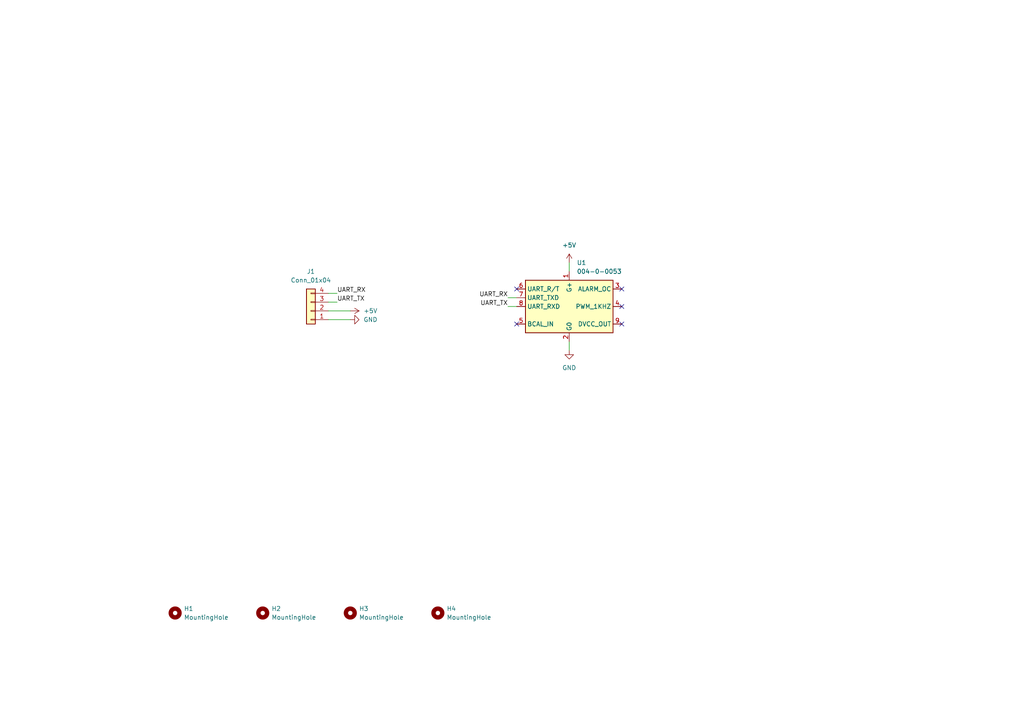
<source format=kicad_sch>
(kicad_sch (version 20230121) (generator eeschema)
  (paper "A4")
  (lib_symbols
    (symbol "Connector_Generic:Conn_01x04" (pin_names (offset 1.016) hide)
      (property "Reference" "J" (at 0 5.08 0))
      (property "Value" "Conn_01x04" (at 0 -7.62 0))
      (symbol "Conn_01x04_1_1"
        (rectangle (start -1.27 -4.953) (end 0 -5.207) (stroke (width 0.1524)))
        (rectangle (start -1.27 -2.413) (end 0 -2.667) (stroke (width 0.1524)))
        (rectangle (start -1.27 0.127) (end 0 -0.127) (stroke (width 0.1524)))
        (rectangle (start -1.27 2.667) (end 0 2.413) (stroke (width 0.1524)))
        (rectangle (start -1.27 3.81) (end 1.27 -6.35) (stroke (width 0.254)) (fill (type background)))
        (pin passive line (at -5.08 2.54 0) (length 3.81) (name "Pin_1") (number "1"))
        (pin passive line (at -5.08 0 0) (length 3.81) (name "Pin_2") (number "2"))
        (pin passive line (at -5.08 -2.54 0) (length 3.81) (name "Pin_3") (number "3"))
        (pin passive line (at -5.08 -5.08 0) (length 3.81) (name "Pin_4") (number "4"))
      )
    )
    (symbol "Mechanical:MountingHole" (pin_names (offset 1.016))
      (property "Reference" "H" (at 0 5.08 0))
      (property "Value" "MountingHole" (at 0 3.175 0))
      (symbol "MountingHole_0_1"
        (circle (center 0 0) (radius 1.27) (stroke (width 1.27)))
      )
    )
    (symbol "Sensor_Gas:004-0-0053"
      (property "Reference" "U" (at -11.43 8.89 0))
      (property "Value" "004-0-0053" (at 7.62 8.89 0))
      (symbol "004-0-0053_0_1"
        (rectangle (start -12.7 7.62) (end 12.7 -7.62) (stroke (width 0.254)) (fill (type background)))
      )
      (symbol "004-0-0053_1_1"
        (pin power_in line (at 0 10.16 270) (length 2.54) (name "G+") (number "1"))
        (pin power_in line (at 0 -10.16 90) (length 2.54) (name "G0") (number "2"))
        (pin open_collector line (at 15.24 5.08 180) (length 2.54) (name "ALARM_OC") (number "3"))
        (pin output line (at 15.24 0 180) (length 2.54) (name "PWM_1KHZ") (number "4"))
        (pin input line (at -15.24 -5.08 0) (length 2.54) (name "BCAL_IN") (number "5"))
        (pin output line (at -15.24 5.08 0) (length 2.54) (name "UART_R/T") (number "6"))
        (pin output line (at -15.24 2.54 0) (length 2.54) (name "UART_TXD") (number "7"))
        (pin input line (at -15.24 0 0) (length 2.54) (name "UART_RXD") (number "8"))
        (pin power_out line (at 15.24 -5.08 180) (length 2.54) (name "DVCC_OUT") (number "9"))
      )
    )
    (symbol "power:+5V" (power) (pin_names (offset 0))
      (property "Value" "+5V" (at 0 3.556 0))
      (symbol "+5V_0_1"
        (polyline (pts (xy -0.762 1.27) (xy 0 2.54)))
        (polyline (pts (xy 0 0) (xy 0 2.54)))
        (polyline (pts (xy 0 2.54) (xy 0.762 1.27)))
      )
      (symbol "+5V_1_1"
        (pin power_in line (at 0 0 90) (length 0) hide (name "+5V") (number "1"))
      )
    )
    (symbol "power:GND" (power) (pin_names (offset 0))
      (property "Value" "GND" (at 0 -3.81 0))
      (symbol "GND_0_1"
        (polyline (pts (xy 0 0) (xy 0 -1.27) (xy 1.27 -1.27) (xy 0 -2.54) (xy -1.27 -1.27) (xy 0 -1.27)))
      )
      (symbol "GND_1_1"
        (pin power_in line (at 0 0 270) (length 0) hide (name "GND") (number "1"))
      )
    )
  )
  (no_connect (at 180.34 83.82))
  (no_connect (at 180.34 88.9))
  (no_connect (at 149.86 93.98))
  (no_connect (at 180.34 93.98))
  (no_connect (at 149.86 83.82))
  (wire (pts (xy 165.1 76.2) (xy 165.1 78.74)))
  (wire (pts (xy 95.25 92.71) (xy 101.6 92.71)))
  (wire (pts (xy 95.25 85.09) (xy 97.79 85.09)))
  (wire (pts (xy 147.32 88.9) (xy 149.86 88.9)))
  (wire (pts (xy 95.25 87.63) (xy 97.79 87.63)))
  (wire (pts (xy 165.1 99.06) (xy 165.1 101.6)))
  (wire (pts (xy 95.25 90.17) (xy 101.6 90.17)))
  (wire (pts (xy 147.32 86.36) (xy 149.86 86.36)))
  (label "UART_TX" (at 147.32 88.9 180))
  (label "UART_RX" (at 147.32 86.36 180))
  (label "UART_TX" (at 97.79 87.63 0))
  (label "UART_RX" (at 97.79 85.09 0))
  (symbol (lib_id "power:GND") (at 101.6 92.71 90) (unit 1)
    (property "Reference" "#PWR04" (effects hide))
    (property "Value" "GND" (at 105.41 92.71 90) (effects (justify right)))
  )
  (symbol (lib_id "power:+5V") (at 165.1 76.2 0) (unit 1)
    (property "Reference" "#PWR02" (effects hide))
    (property "Value" "+5V" (at 165.1 71.12 0))
  )
  (symbol (lib_id "Mechanical:MountingHole") (at 101.6 177.8 0) (unit 1)
    (property "Reference" "H3" (at 104.14 176.53 0) (effects (justify left)))
    (property "Value" "MountingHole" (at 104.14 179.07 0) (effects (justify left)))
    (property "Footprint" "MountingHole:MountingHole_3.2mm_M3" (effects hide))
  )
  (symbol (lib_id "Mechanical:MountingHole") (at 127 177.8 0) (unit 1)
    (property "Reference" "H4" (at 129.54 176.53 0) (effects (justify left)))
    (property "Value" "MountingHole" (at 129.54 179.07 0) (effects (justify left)))
    (property "Footprint" "MountingHole:MountingHole_3.2mm_M3" (effects hide))
  )
  (symbol (lib_id "Mechanical:MountingHole") (at 76.2 177.8 0) (unit 1)
    (property "Reference" "H2" (at 78.74 176.53 0) (effects (justify left)))
    (property "Value" "MountingHole" (at 78.74 179.07 0) (effects (justify left)))
    (property "Footprint" "MountingHole:MountingHole_3.2mm_M3" (effects hide))
  )
  (symbol (lib_id "power:GND") (at 165.1 101.6 0) (unit 1)
    (property "Reference" "#PWR01" (effects hide))
    (property "Value" "GND" (at 165.1 106.68 0))
  )
  (symbol (lib_id "Mechanical:MountingHole") (at 50.8 177.8 0) (unit 1)
    (property "Reference" "H1" (at 53.34 176.53 0) (effects (justify left)))
    (property "Value" "MountingHole" (at 53.34 179.07 0) (effects (justify left)))
    (property "Footprint" "MountingHole:MountingHole_3.2mm_M3" (effects hide))
  )
  (symbol (lib_id "Connector_Generic:Conn_01x04") (at 90.17 90.17 180) (unit 1)
    (property "Reference" "J1" (at 90.17 78.74 0))
    (property "Value" "Conn_01x04" (at 90.17 81.28 0))
    (property "Footprint" "Connector_PinHeader_2.54mm:PinHeader_1x04_P2.54mm_Horizontal" (effects hide))
  )
  (symbol (lib_id "Sensor_Gas:004-0-0053") (at 165.1 88.9 0) (unit 1)
    (property "Reference" "U1" (at 167.2941 76.2 0) (effects (justify left)))
    (property "Value" "004-0-0053" (at 167.2941 78.74 0) (effects (justify left)))
    (property "Footprint" "Sensor:Senseair_S8_Down" (effects hide))
    (property "Datasheet" "https://rmtplusstoragesenseair.blob.core.windows.net/docs/publicerat/PSP126.pdf" (effects hide))
  )
  (symbol (lib_id "power:+5V") (at 101.6 90.17 270) (unit 1)
    (property "Reference" "#PWR03" (effects hide))
    (property "Value" "+5V" (at 105.41 90.17 90) (effects (justify left)))
  )
)
</source>
